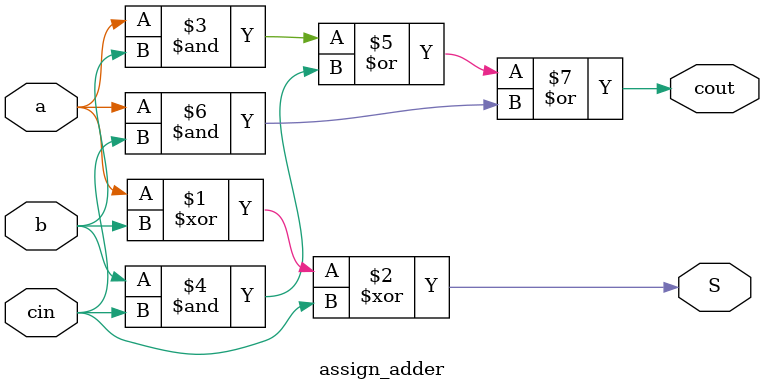
<source format=v>
module assign_adder(
    input a,
    input b,
    input cin,
    output S,
    output cout
);

assign S = a ^ b ^ cin; 
assign cout = (a & b) | (b & cin) | (a & cin); 

endmodule
</source>
